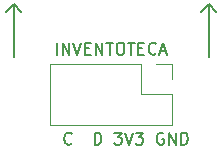
<source format=gbr>
%TF.GenerationSoftware,KiCad,Pcbnew,(6.0.6)*%
%TF.CreationDate,2022-08-15T19:59:22-05:00*%
%TF.ProjectId,Nunchuck_adapter,4e756e63-6875-4636-9b5f-616461707465,rev?*%
%TF.SameCoordinates,Original*%
%TF.FileFunction,Legend,Top*%
%TF.FilePolarity,Positive*%
%FSLAX46Y46*%
G04 Gerber Fmt 4.6, Leading zero omitted, Abs format (unit mm)*
G04 Created by KiCad (PCBNEW (6.0.6)) date 2022-08-15 19:59:22*
%MOMM*%
%LPD*%
G01*
G04 APERTURE LIST*
%ADD10C,0.150000*%
%ADD11C,0.120000*%
G04 APERTURE END LIST*
D10*
X-8255000Y7620000D02*
X-7620000Y6985000D01*
X-8255000Y7620000D02*
X-8890000Y6985000D01*
X-8255000Y3175000D02*
X-8255000Y7620000D01*
X8255000Y7620000D02*
X7620000Y6985000D01*
X8255000Y7620000D02*
X8890000Y6985000D01*
X8255000Y3175000D02*
X8255000Y7620000D01*
X-4595238Y3357619D02*
X-4595238Y4357619D01*
X-4119047Y3357619D02*
X-4119047Y4357619D01*
X-3547619Y3357619D01*
X-3547619Y4357619D01*
X-3214285Y4357619D02*
X-2880952Y3357619D01*
X-2547619Y4357619D01*
X-2214285Y3881428D02*
X-1880952Y3881428D01*
X-1738095Y3357619D02*
X-2214285Y3357619D01*
X-2214285Y4357619D01*
X-1738095Y4357619D01*
X-1309523Y3357619D02*
X-1309523Y4357619D01*
X-738095Y3357619D01*
X-738095Y4357619D01*
X-404761Y4357619D02*
X166666Y4357619D01*
X-119047Y3357619D02*
X-119047Y4357619D01*
X690476Y4357619D02*
X880952Y4357619D01*
X976190Y4310000D01*
X1071428Y4214761D01*
X1119047Y4024285D01*
X1119047Y3690952D01*
X1071428Y3500476D01*
X976190Y3405238D01*
X880952Y3357619D01*
X690476Y3357619D01*
X595238Y3405238D01*
X500000Y3500476D01*
X452380Y3690952D01*
X452380Y4024285D01*
X500000Y4214761D01*
X595238Y4310000D01*
X690476Y4357619D01*
X1404761Y4357619D02*
X1976190Y4357619D01*
X1690476Y3357619D02*
X1690476Y4357619D01*
X2309523Y3881428D02*
X2642857Y3881428D01*
X2785714Y3357619D02*
X2309523Y3357619D01*
X2309523Y4357619D01*
X2785714Y4357619D01*
X3785714Y3452857D02*
X3738095Y3405238D01*
X3595238Y3357619D01*
X3500000Y3357619D01*
X3357142Y3405238D01*
X3261904Y3500476D01*
X3214285Y3595714D01*
X3166666Y3786190D01*
X3166666Y3929047D01*
X3214285Y4119523D01*
X3261904Y4214761D01*
X3357142Y4310000D01*
X3500000Y4357619D01*
X3595238Y4357619D01*
X3738095Y4310000D01*
X3785714Y4262380D01*
X4166666Y3643333D02*
X4642857Y3643333D01*
X4071428Y3357619D02*
X4404761Y4357619D01*
X4738095Y3357619D01*
X-3349047Y-4167142D02*
X-3396666Y-4214761D01*
X-3539523Y-4262380D01*
X-3634761Y-4262380D01*
X-3777619Y-4214761D01*
X-3872857Y-4119523D01*
X-3920476Y-4024285D01*
X-3968095Y-3833809D01*
X-3968095Y-3690952D01*
X-3920476Y-3500476D01*
X-3872857Y-3405238D01*
X-3777619Y-3310000D01*
X-3634761Y-3262380D01*
X-3539523Y-3262380D01*
X-3396666Y-3310000D01*
X-3349047Y-3357619D01*
X-1396666Y-4262380D02*
X-1396666Y-3262380D01*
X-1158571Y-3262380D01*
X-1015714Y-3310000D01*
X-920476Y-3405238D01*
X-872857Y-3500476D01*
X-825238Y-3690952D01*
X-825238Y-3833809D01*
X-872857Y-4024285D01*
X-920476Y-4119523D01*
X-1015714Y-4214761D01*
X-1158571Y-4262380D01*
X-1396666Y-4262380D01*
X269999Y-3262380D02*
X889047Y-3262380D01*
X555714Y-3643333D01*
X698571Y-3643333D01*
X793809Y-3690952D01*
X841428Y-3738571D01*
X889047Y-3833809D01*
X889047Y-4071904D01*
X841428Y-4167142D01*
X793809Y-4214761D01*
X698571Y-4262380D01*
X412857Y-4262380D01*
X317619Y-4214761D01*
X269999Y-4167142D01*
X1174761Y-3262380D02*
X1508095Y-4262380D01*
X1841428Y-3262380D01*
X2079523Y-3262380D02*
X2698571Y-3262380D01*
X2365238Y-3643333D01*
X2508095Y-3643333D01*
X2603333Y-3690952D01*
X2650952Y-3738571D01*
X2698571Y-3833809D01*
X2698571Y-4071904D01*
X2650952Y-4167142D01*
X2603333Y-4214761D01*
X2508095Y-4262380D01*
X2222380Y-4262380D01*
X2127142Y-4214761D01*
X2079523Y-4167142D01*
X4412857Y-3310000D02*
X4317619Y-3262380D01*
X4174761Y-3262380D01*
X4031904Y-3310000D01*
X3936666Y-3405238D01*
X3889047Y-3500476D01*
X3841428Y-3690952D01*
X3841428Y-3833809D01*
X3889047Y-4024285D01*
X3936666Y-4119523D01*
X4031904Y-4214761D01*
X4174761Y-4262380D01*
X4270000Y-4262380D01*
X4412857Y-4214761D01*
X4460476Y-4167142D01*
X4460476Y-3833809D01*
X4270000Y-3833809D01*
X4889047Y-4262380D02*
X4889047Y-3262380D01*
X5460476Y-4262380D01*
X5460476Y-3262380D01*
X5936666Y-4262380D02*
X5936666Y-3262380D01*
X6174761Y-3262380D01*
X6317619Y-3310000D01*
X6412857Y-3405238D01*
X6460476Y-3500476D01*
X6508095Y-3690952D01*
X6508095Y-3833809D01*
X6460476Y-4024285D01*
X6412857Y-4119523D01*
X6317619Y-4214761D01*
X6174761Y-4262380D01*
X5936666Y-4262380D01*
D11*
%TO.C,J1*%
X2540000Y0D02*
X5140000Y0D01*
X3810000Y2600000D02*
X5140000Y2600000D01*
X5140000Y-2600000D02*
X-5140000Y-2600000D01*
X-5140000Y2600000D02*
X-5140000Y-2600000D01*
X2540000Y2600000D02*
X-5140000Y2600000D01*
X2540000Y2600000D02*
X2540000Y0D01*
X5140000Y2600000D02*
X5140000Y1270000D01*
X5140000Y0D02*
X5140000Y-2600000D01*
%TD*%
M02*

</source>
